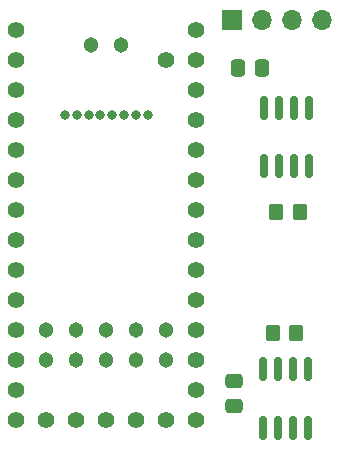
<source format=gts>
%TF.GenerationSoftware,KiCad,Pcbnew,8.0.2-1*%
%TF.CreationDate,2024-05-18T17:44:33-05:00*%
%TF.ProjectId,can_test,63616e5f-7465-4737-942e-6b696361645f,rev?*%
%TF.SameCoordinates,Original*%
%TF.FileFunction,Soldermask,Top*%
%TF.FilePolarity,Negative*%
%FSLAX46Y46*%
G04 Gerber Fmt 4.6, Leading zero omitted, Abs format (unit mm)*
G04 Created by KiCad (PCBNEW 8.0.2-1) date 2024-05-18 17:44:33*
%MOMM*%
%LPD*%
G01*
G04 APERTURE LIST*
G04 Aperture macros list*
%AMRoundRect*
0 Rectangle with rounded corners*
0 $1 Rounding radius*
0 $2 $3 $4 $5 $6 $7 $8 $9 X,Y pos of 4 corners*
0 Add a 4 corners polygon primitive as box body*
4,1,4,$2,$3,$4,$5,$6,$7,$8,$9,$2,$3,0*
0 Add four circle primitives for the rounded corners*
1,1,$1+$1,$2,$3*
1,1,$1+$1,$4,$5*
1,1,$1+$1,$6,$7*
1,1,$1+$1,$8,$9*
0 Add four rect primitives between the rounded corners*
20,1,$1+$1,$2,$3,$4,$5,0*
20,1,$1+$1,$4,$5,$6,$7,0*
20,1,$1+$1,$6,$7,$8,$9,0*
20,1,$1+$1,$8,$9,$2,$3,0*%
G04 Aperture macros list end*
%ADD10RoundRect,0.250000X0.350000X0.450000X-0.350000X0.450000X-0.350000X-0.450000X0.350000X-0.450000X0*%
%ADD11R,1.700000X1.700000*%
%ADD12O,1.700000X1.700000*%
%ADD13RoundRect,0.150000X-0.150000X0.825000X-0.150000X-0.825000X0.150000X-0.825000X0.150000X0.825000X0*%
%ADD14RoundRect,0.150000X0.150000X-0.825000X0.150000X0.825000X-0.150000X0.825000X-0.150000X-0.825000X0*%
%ADD15RoundRect,0.250000X-0.337500X-0.475000X0.337500X-0.475000X0.337500X0.475000X-0.337500X0.475000X0*%
%ADD16C,1.404000*%
%ADD17C,1.304000*%
%ADD18C,0.804000*%
%ADD19RoundRect,0.250000X-0.475000X0.337500X-0.475000X-0.337500X0.475000X-0.337500X0.475000X0.337500X0*%
%ADD20RoundRect,0.250000X-0.350000X-0.450000X0.350000X-0.450000X0.350000X0.450000X-0.350000X0.450000X0*%
G04 APERTURE END LIST*
D10*
%TO.C,R2*%
X58325000Y-45425000D03*
X56325000Y-45425000D03*
%TD*%
D11*
%TO.C,J1*%
X52900000Y-18950000D03*
D12*
X55440000Y-18950000D03*
X57980000Y-18950000D03*
X60520000Y-18950000D03*
%TD*%
D13*
%TO.C,IC2*%
X59440000Y-26375000D03*
X58170000Y-26375000D03*
X56900000Y-26375000D03*
X55630000Y-26375000D03*
X55630000Y-31325000D03*
X56900000Y-31325000D03*
X58170000Y-31325000D03*
X59440000Y-31325000D03*
%TD*%
D14*
%TO.C,IC1*%
X55545000Y-53450000D03*
X56815000Y-53450000D03*
X58085000Y-53450000D03*
X59355000Y-53450000D03*
X59355000Y-48500000D03*
X58085000Y-48500000D03*
X56815000Y-48500000D03*
X55545000Y-48500000D03*
%TD*%
D15*
%TO.C,C1*%
X53362500Y-22975000D03*
X55437500Y-22975000D03*
%TD*%
D16*
%TO.C,U1*%
X34630000Y-19790000D03*
X34630000Y-22330000D03*
X34630000Y-24870000D03*
X34630000Y-27410000D03*
X34630000Y-29950000D03*
X34630000Y-32490000D03*
X34630000Y-35030000D03*
X34630000Y-37570000D03*
X34630000Y-40110000D03*
X34630000Y-42650000D03*
X34630000Y-45190000D03*
X34630000Y-47730000D03*
X34630000Y-50270000D03*
X34630000Y-52810000D03*
X37170000Y-52810000D03*
X39710000Y-52810000D03*
X42250000Y-52810000D03*
X44790000Y-52810000D03*
X47330000Y-52810000D03*
X49870000Y-52810000D03*
X49870000Y-50270000D03*
X49870000Y-47730000D03*
X49870000Y-45190000D03*
X49870000Y-42650000D03*
X49870000Y-40110000D03*
X49870000Y-37570000D03*
X49870000Y-35030000D03*
X49870000Y-32490000D03*
X49870000Y-29950000D03*
X49870000Y-27410000D03*
X49870000Y-24870000D03*
X49870000Y-22330000D03*
X49870000Y-19790000D03*
X47330000Y-22330000D03*
D17*
X47330000Y-47730000D03*
X47330000Y-45190000D03*
X44790000Y-47730000D03*
X44790000Y-45190000D03*
X42250000Y-47730000D03*
X42250000Y-45190000D03*
X39710000Y-47730000D03*
X39710000Y-45190000D03*
X37170000Y-47730000D03*
X37170000Y-45190000D03*
D18*
X45750000Y-26928400D03*
X44750000Y-26928400D03*
X43750000Y-26928400D03*
X42750000Y-26928400D03*
X41750000Y-26928400D03*
X40750000Y-26928400D03*
X39750000Y-26928400D03*
X38750000Y-26928400D03*
D17*
X43520000Y-21060000D03*
X40980000Y-21060000D03*
%TD*%
D19*
%TO.C,C2*%
X53025000Y-49512500D03*
X53025000Y-51587500D03*
%TD*%
D20*
%TO.C,R1*%
X56600000Y-35150000D03*
X58600000Y-35150000D03*
%TD*%
M02*

</source>
